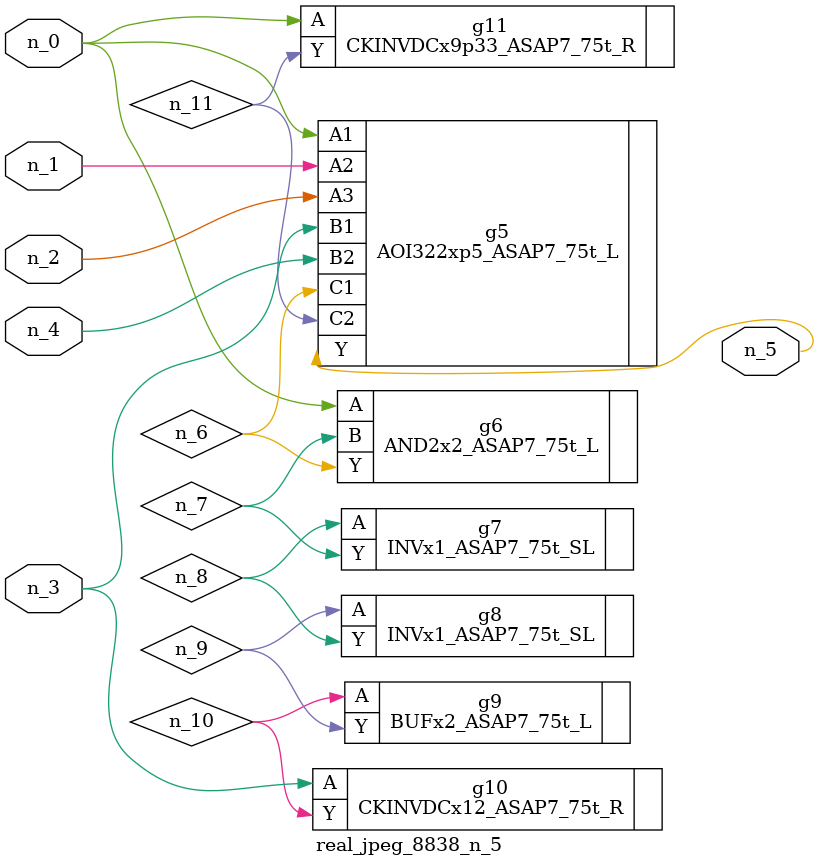
<source format=v>
module real_jpeg_8838_n_5 (n_4, n_0, n_1, n_2, n_3, n_5);

input n_4;
input n_0;
input n_1;
input n_2;
input n_3;

output n_5;

wire n_8;
wire n_11;
wire n_6;
wire n_7;
wire n_10;
wire n_9;

AOI322xp5_ASAP7_75t_L g5 ( 
.A1(n_0),
.A2(n_1),
.A3(n_2),
.B1(n_3),
.B2(n_4),
.C1(n_6),
.C2(n_11),
.Y(n_5)
);

AND2x2_ASAP7_75t_L g6 ( 
.A(n_0),
.B(n_7),
.Y(n_6)
);

CKINVDCx9p33_ASAP7_75t_R g11 ( 
.A(n_0),
.Y(n_11)
);

CKINVDCx12_ASAP7_75t_R g10 ( 
.A(n_3),
.Y(n_10)
);

INVx1_ASAP7_75t_SL g7 ( 
.A(n_8),
.Y(n_7)
);

INVx1_ASAP7_75t_SL g8 ( 
.A(n_9),
.Y(n_8)
);

BUFx2_ASAP7_75t_L g9 ( 
.A(n_10),
.Y(n_9)
);


endmodule
</source>
